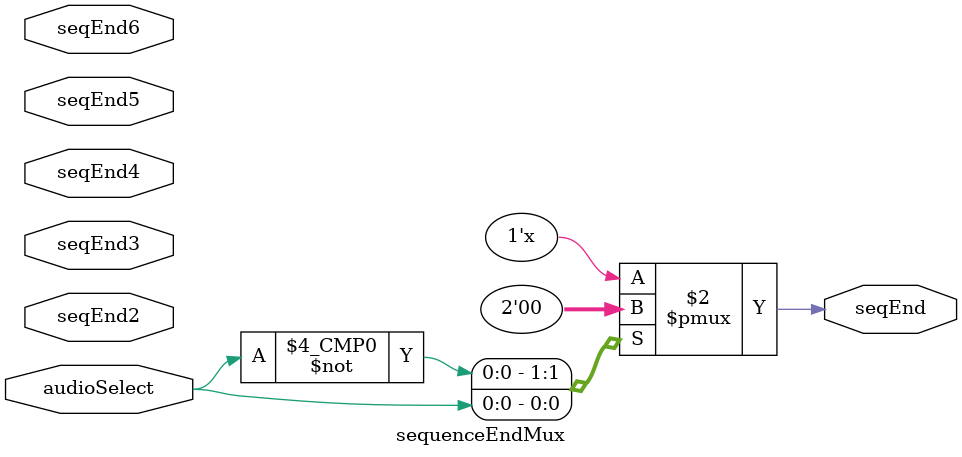
<source format=v>
`timescale 1ns / 1ps


module sequenceEndMux(
    input audioSelect,
    input seqEnd2,
    input seqEnd3,
    input seqEnd4,
    input seqEnd5,
    input seqEnd6,
    output reg seqEnd
    );
    
    
    always @ (*) begin
        case(audioSelect)
            0: begin
                seqEnd <= 0;
            end
            1: begin
                seqEnd <= 0;
            end
            2: begin
                seqEnd <= seqEnd2;
            end
            3: begin
                seqEnd <= seqEnd3;
            end
            4: begin
                seqEnd <= seqEnd4;
            end
            5: begin
                seqEnd <= seqEnd5;
            end
            6: begin
                seqEnd <= seqEnd6;
            end
        endcase
    end
endmodule

</source>
